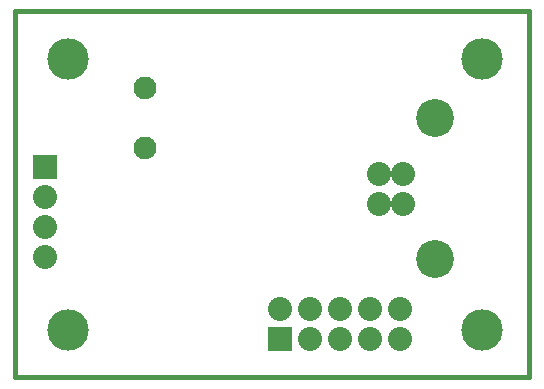
<source format=gbs>
G04 (created by PCBNEW-RS274X (2011-dec-28)-stable) date Fri 20 Jan 2012 12:39:42 PM CET*
G01*
G70*
G90*
%MOIN*%
G04 Gerber Fmt 3.4, Leading zero omitted, Abs format*
%FSLAX34Y34*%
G04 APERTURE LIST*
%ADD10C,0.006000*%
%ADD11C,0.015000*%
%ADD12C,0.080000*%
%ADD13C,0.126300*%
%ADD14R,0.080000X0.080000*%
%ADD15C,0.076000*%
%ADD16C,0.138100*%
G04 APERTURE END LIST*
G54D10*
G54D11*
X31299Y-29921D02*
X48425Y-29921D01*
X31299Y-42126D02*
X31299Y-29921D01*
X48425Y-42126D02*
X31299Y-42126D01*
X48425Y-29921D02*
X48425Y-42126D01*
G54D12*
X43426Y-35327D03*
X43426Y-36327D03*
X44213Y-36327D03*
X44213Y-35327D03*
G54D13*
X45276Y-33465D03*
X45276Y-38189D03*
G54D14*
X40126Y-40854D03*
G54D12*
X40126Y-39854D03*
X41126Y-40854D03*
X41126Y-39854D03*
X42126Y-40854D03*
X42126Y-39854D03*
X43126Y-40854D03*
X43126Y-39854D03*
X44126Y-40854D03*
X44126Y-39854D03*
G54D14*
X32283Y-35114D03*
G54D12*
X32283Y-36114D03*
X32283Y-37114D03*
X32283Y-38114D03*
G54D15*
X35630Y-32465D03*
X35630Y-34465D03*
G54D16*
X33071Y-31496D03*
X33071Y-40551D03*
X46850Y-40551D03*
X46850Y-31496D03*
M02*

</source>
